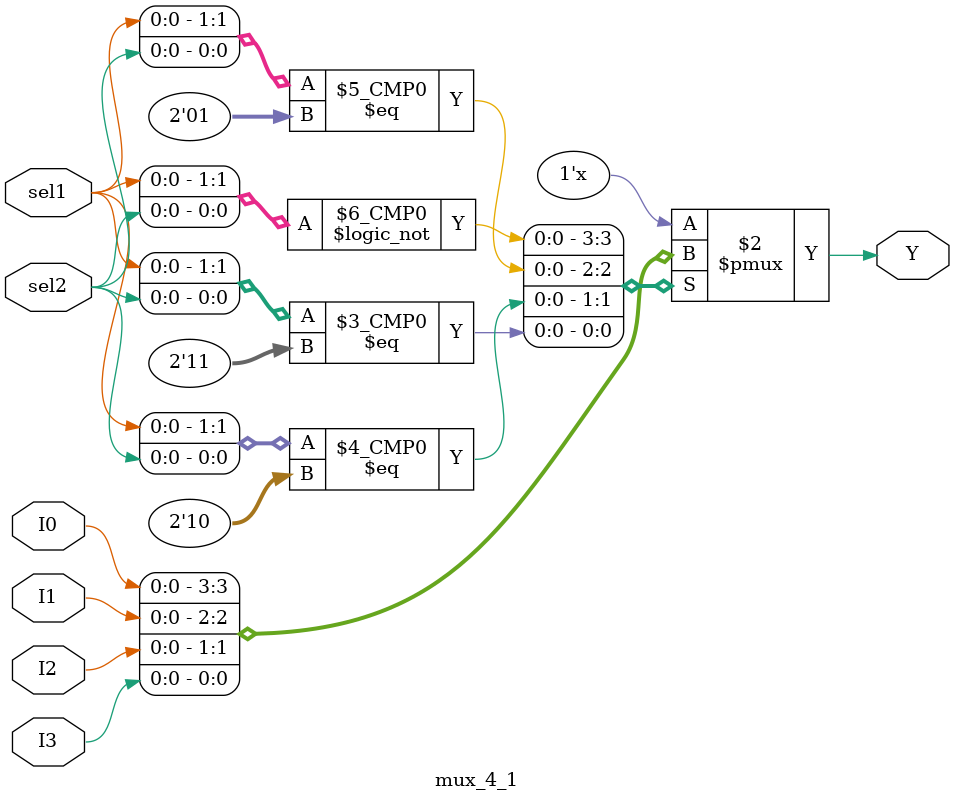
<source format=v>
`timescale 1ns / 1ps


module mux_4_1(input I0, input I1, input I2, input I3,
    input sel1, input sel2, output Y
    );
    
wire I0, I1, I2, I3, sel1, sel2;
reg Y;

always @*
begin
    case ({sel1, sel2})
    2'b00: Y = I0;
    2'b01: Y = I1;
    2'B10: Y = I2;
    2'B11: Y = I3;
    default: Y = 0;
    endcase
end

endmodule
</source>
